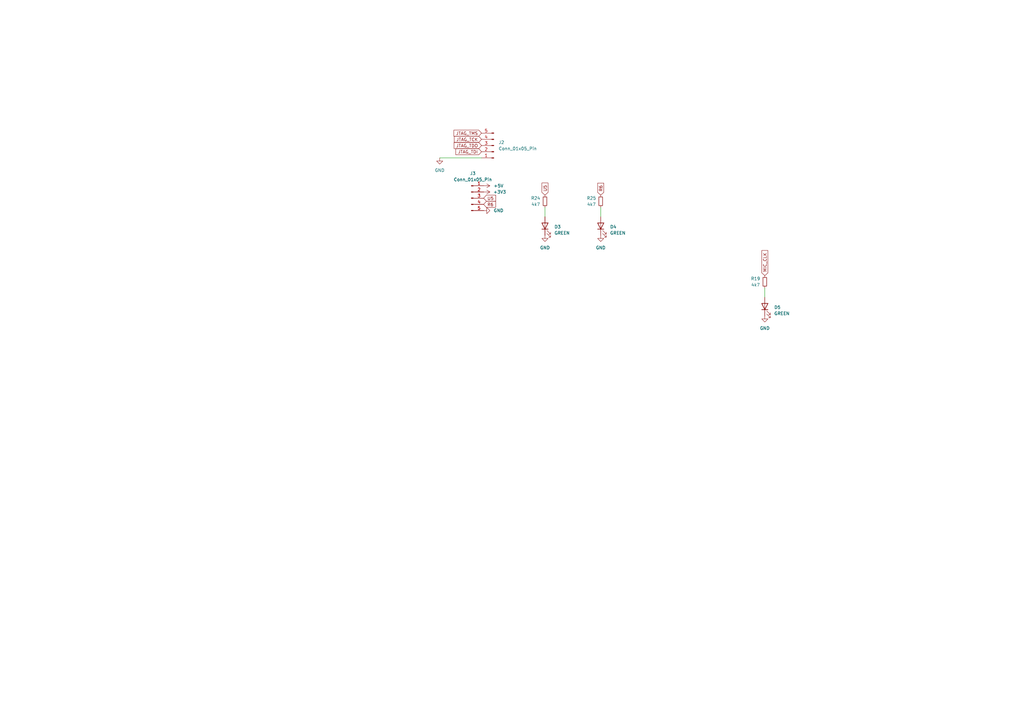
<source format=kicad_sch>
(kicad_sch (version 20231120) (generator "eeschema") (generator_version "8.0")
  (paper "A3")
  (lib_symbols
    (symbol "Connector:Conn_01x05_Pin" (pin_names (offset 1.016) hide)
      (property "Reference" "J" (at 0 7.62 0))
      (property "Value" "Conn_01x05_Pin" (at 0 -7.62 0))
      (symbol "Conn_01x05_Pin_1_1"
        (polyline (pts (xy 1.27 -5.08) (xy 0.8636 -5.08)) (stroke (width 0.1524)))
        (polyline (pts (xy 1.27 -2.54) (xy 0.8636 -2.54)) (stroke (width 0.1524)))
        (polyline (pts (xy 1.27 0) (xy 0.8636 0)) (stroke (width 0.1524)))
        (polyline (pts (xy 1.27 2.54) (xy 0.8636 2.54)) (stroke (width 0.1524)))
        (polyline (pts (xy 1.27 5.08) (xy 0.8636 5.08)) (stroke (width 0.1524)))
        (rectangle (start 0.8636 -4.953) (end 0 -5.207) (stroke (width 0.1524)) (fill (type outline)))
        (rectangle (start 0.8636 -2.413) (end 0 -2.667) (stroke (width 0.1524)) (fill (type outline)))
        (rectangle (start 0.8636 0.127) (end 0 -0.127) (stroke (width 0.1524)) (fill (type outline)))
        (rectangle (start 0.8636 2.667) (end 0 2.413) (stroke (width 0.1524)) (fill (type outline)))
        (rectangle (start 0.8636 5.207) (end 0 4.953) (stroke (width 0.1524)) (fill (type outline)))
        (pin passive line (at 5.08 5.08 180) (length 3.81) (name "Pin_1") (number "1"))
        (pin passive line (at 5.08 2.54 180) (length 3.81) (name "Pin_2") (number "2"))
        (pin passive line (at 5.08 0 180) (length 3.81) (name "Pin_3") (number "3"))
        (pin passive line (at 5.08 -2.54 180) (length 3.81) (name "Pin_4") (number "4"))
        (pin passive line (at 5.08 -5.08 180) (length 3.81) (name "Pin_5") (number "5"))
      )
    )
    (symbol "Device:LED" (pin_numbers hide) (pin_names (offset 1.016) hide)
      (property "Reference" "D" (at 0 2.54 0))
      (property "Value" "LED" (at 0 -2.54 0))
      (symbol "LED_0_1"
        (polyline (pts (xy -1.27 -1.27) (xy -1.27 1.27)) (stroke (width 0.254)))
        (polyline (pts (xy -1.27 0) (xy 1.27 0)))
        (polyline (pts (xy 1.27 -1.27) (xy 1.27 1.27) (xy -1.27 0) (xy 1.27 -1.27)) (stroke (width 0.254)))
        (polyline (pts (xy -3.048 -0.762) (xy -4.572 -2.286) (xy -3.81 -2.286) (xy -4.572 -2.286) (xy -4.572 -1.524)))
        (polyline (pts (xy -1.778 -0.762) (xy -3.302 -2.286) (xy -2.54 -2.286) (xy -3.302 -2.286) (xy -3.302 -1.524)))
      )
      (symbol "LED_1_1"
        (pin passive line (at -3.81 0 0) (length 2.54) (name "K") (number "1"))
        (pin passive line (at 3.81 0 180) (length 2.54) (name "A") (number "2"))
      )
    )
    (symbol "Device:R_Small" (pin_numbers hide) (pin_names (offset 0.254) hide)
      (property "Reference" "R" (at 0.762 0.508 0))
      (property "Value" "R_Small" (at 0.762 -1.016 0))
      (symbol "R_Small_0_1"
        (rectangle (start -0.762 1.778) (end 0.762 -1.778) (stroke (width 0.2032)))
      )
      (symbol "R_Small_1_1"
        (pin passive line (at 0 2.54 270) (length 0.762) (name "~") (number "1"))
        (pin passive line (at 0 -2.54 90) (length 0.762) (name "~") (number "2"))
      )
    )
    (symbol "power:+3V3" (power) (pin_names (offset 0))
      (property "Value" "+3V3" (at 0 3.556 0))
      (symbol "+3V3_0_1"
        (polyline (pts (xy -0.762 1.27) (xy 0 2.54)))
        (polyline (pts (xy 0 0) (xy 0 2.54)))
        (polyline (pts (xy 0 2.54) (xy 0.762 1.27)))
      )
      (symbol "+3V3_1_1"
        (pin power_in line (at 0 0 90) (length 0) hide (name "+3V3") (number "1"))
      )
    )
    (symbol "power:+5V" (power) (pin_names (offset 0))
      (property "Value" "+5V" (at 0 3.556 0))
      (symbol "+5V_0_1"
        (polyline (pts (xy -0.762 1.27) (xy 0 2.54)))
        (polyline (pts (xy 0 0) (xy 0 2.54)))
        (polyline (pts (xy 0 2.54) (xy 0.762 1.27)))
      )
      (symbol "+5V_1_1"
        (pin power_in line (at 0 0 90) (length 0) hide (name "+5V") (number "1"))
      )
    )
    (symbol "power:GND" (power) (pin_names (offset 0))
      (property "Value" "GND" (at 0 -3.81 0))
      (symbol "GND_0_1"
        (polyline (pts (xy 0 0) (xy 0 -1.27) (xy 1.27 -1.27) (xy 0 -2.54) (xy -1.27 -1.27) (xy 0 -1.27)))
      )
      (symbol "GND_1_1"
        (pin power_in line (at 0 0 270) (length 0) hide (name "GND") (number "1"))
      )
    )
  )
  (wire (pts (xy 223.52 85.09) (xy 223.52 88.9)))
  (wire (pts (xy 313.69 118.11) (xy 313.69 121.92)))
  (wire (pts (xy 180.34 64.77) (xy 197.485 64.77)))
  (wire (pts (xy 246.38 85.09) (xy 246.38 88.9)))
  (global_label "JTAG_TCK" (shape input) (at 197.485 57.15 180) (property "Intersheetrefs" "${INTERSHEET_REFS}" (effects (hide yes))))
  (global_label "U5" (shape input) (at 223.52 80.01 90) (property "Intersheetrefs" "${INTERSHEET_REFS}" (effects (hide yes))))
  (global_label "R6" (shape input) (at 198.374 83.82 0) (property "Intersheetrefs" "${INTERSHEET_REFS}" (effects (hide yes))))
  (global_label "JTAG_TDI" (shape input) (at 197.485 62.23 180) (property "Intersheetrefs" "${INTERSHEET_REFS}" (effects (hide yes))))
  (global_label "MIC_CLK" (shape input) (at 313.69 113.03 90) (property "Intersheetrefs" "${INTERSHEET_REFS}" (effects (hide yes))))
  (global_label "JTAG_TMS" (shape input) (at 197.485 54.61 180) (property "Intersheetrefs" "${INTERSHEET_REFS}" (effects (hide yes))))
  (global_label "U5" (shape input) (at 198.374 81.28 0) (property "Intersheetrefs" "${INTERSHEET_REFS}" (effects (hide yes))))
  (global_label "R6" (shape input) (at 246.38 80.01 90) (property "Intersheetrefs" "${INTERSHEET_REFS}" (effects (hide yes))))
  (global_label "JTAG_TDO" (shape input) (at 197.485 59.69 180) (property "Intersheetrefs" "${INTERSHEET_REFS}" (effects (hide yes))))
  (symbol (lib_id "power:+3V3") (at 198.374 78.74 270) (unit 1)
    (property "Reference" "#PWR0957" (effects (hide yes)))
    (property "Value" "+3V3" (at 202.311 78.74 90) (effects (justify left)))
  )
  (symbol (lib_id "power:GND") (at 180.34 64.77 0) (unit 1)
    (property "Reference" "#PWR06" (effects (hide yes)))
    (property "Value" "GND" (at 180.34 69.85 0))
  )
  (symbol (lib_id "Device:LED") (at 246.38 92.71 90) (unit 1)
    (property "Reference" "D4" (at 250.19 93.0274 90) (effects (justify right)))
    (property "Value" "GREEN" (at 250.19 95.5674 90) (effects (justify right)))
    (property "Footprint" "LED_SMD:LED_0603_1608Metric" (effects (hide yes)))
    (property "JLC Part" "C5123548" (effects (hide yes)))
  )
  (symbol (lib_id "power:+5V") (at 198.374 76.2 270) (unit 1)
    (property "Reference" "#PWR0958" (effects (hide yes)))
    (property "Value" "+5V" (at 202.438 76.2 90) (effects (justify left)))
  )
  (symbol (lib_id "Connector:Conn_01x05_Pin") (at 193.294 81.28 0) (unit 1)
    (property "Reference" "J3" (at 193.929 71.12 0))
    (property "Value" "Conn_01x05_Pin" (at 193.929 73.66 0))
    (property "Footprint" "Connector_PinHeader_2.54mm:PinHeader_1x05_P2.54mm_Vertical" (effects (hide yes)))
  )
  (symbol (lib_id "Device:LED") (at 313.69 125.73 90) (unit 1)
    (property "Reference" "D5" (at 317.5 126.0475 90) (effects (justify right)))
    (property "Value" "GREEN	" (at 317.5 128.5875 90) (effects (justify right)))
    (property "Footprint" "LED_SMD:LED_0603_1608Metric" (effects (hide yes)))
    (property "JLC Part" "C5123548" (effects (hide yes)))
  )
  (symbol (lib_id "power:GND") (at 223.52 96.52 0) (unit 1)
    (property "Reference" "#PWR0971" (effects (hide yes)))
    (property "Value" "GND" (at 223.52 101.6 0))
  )
  (symbol (lib_id "Device:LED") (at 223.52 92.71 90) (unit 1)
    (property "Reference" "D3" (at 227.33 93.0274 90) (effects (justify right)))
    (property "Value" "GREEN" (at 227.33 95.5674 90) (effects (justify right)))
    (property "Footprint" "LED_SMD:LED_0603_1608Metric" (effects (hide yes)))
    (property "JLC Part" "C5123548" (effects (hide yes)))
  )
  (symbol (lib_id "Device:R_Small") (at 223.52 82.55 180) (unit 1)
    (property "Reference" "R24" (at 219.71 81.28 0))
    (property "Value" "4k7" (at 219.71 83.82 0))
    (property "Footprint" "Resistor_SMD:R_0402_1005Metric" (effects (hide yes)))
    (property "JLC Part" "C25900" (effects (hide yes)))
  )
  (symbol (lib_id "Connector:Conn_01x05_Pin") (at 202.565 59.69 180) (unit 1)
    (property "Reference" "J2" (at 204.47 58.42 0) (effects (justify right)))
    (property "Value" "Conn_01x05_Pin" (at 204.47 60.96 0) (effects (justify right)))
    (property "Footprint" "Connector_PinHeader_2.54mm:PinHeader_1x05_P2.54mm_Vertical" (effects (hide yes)))
  )
  (symbol (lib_id "power:GND") (at 198.374 86.36 90) (unit 1)
    (property "Reference" "#PWR0959" (effects (hide yes)))
    (property "Value" "GND" (at 202.438 86.36 90) (effects (justify right)))
  )
  (symbol (lib_id "Device:R_Small") (at 313.69 115.57 180) (unit 1)
    (property "Reference" "R19" (at 309.88 114.3 0))
    (property "Value" "4k7" (at 309.88 116.84 0))
    (property "Footprint" "Resistor_SMD:R_0402_1005Metric" (effects (hide yes)))
    (property "JLC Part" "C25900" (effects (hide yes)))
  )
  (symbol (lib_id "power:GND") (at 246.38 96.52 0) (unit 1)
    (property "Reference" "#PWR0972" (effects (hide yes)))
    (property "Value" "GND" (at 246.38 101.6 0))
  )
  (symbol (lib_id "Device:R_Small") (at 246.38 82.55 180) (unit 1)
    (property "Reference" "R25" (at 242.57 81.28 0))
    (property "Value" "4k7" (at 242.57 83.82 0))
    (property "Footprint" "Resistor_SMD:R_0402_1005Metric" (effects (hide yes)))
    (property "JLC Part" "C25900" (effects (hide yes)))
  )
  (symbol (lib_id "power:GND") (at 313.69 129.54 0) (unit 1)
    (property "Reference" "#PWR083" (effects (hide yes)))
    (property "Value" "GND" (at 313.69 134.62 0))
  )
)
</source>
